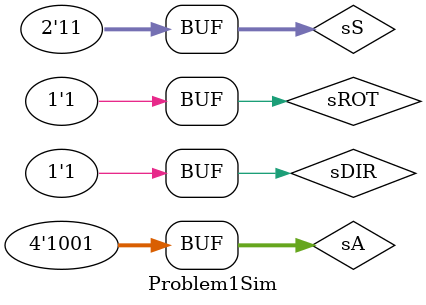
<source format=sv>
`timescale 1ns / 1ps


module Problem1Sim();
//Creation of signals
 logic [3:0] sA, sO;
 logic sDIR, sROT;
 logic [1:0] sS;

 Problem1Shifter UUT ( .A(sA), .DIR(sDIR), .ROT(sROT), .S(sS), .O(sO));

 initial begin
    
   sA = 4'b1001; sDIR = 0; sROT = 0; sS = 2'b00; #10;
   sA = 4'b1001; sDIR = 0; sROT = 0; sS = 2'b01; #10;
   sA = 4'b1001; sDIR = 0; sROT = 0; sS = 2'b10; #10;
   sA = 4'b1001; sDIR = 0; sROT = 0; sS = 2'b11; #10;

   sA = 4'b1001; sDIR = 0; sROT = 1; sS = 2'b10; #10;
   sA = 4'b1001; sDIR = 0; sROT = 1; sS = 2'b11; #10;
         
   sA = 4'b1001; sDIR = 1; sROT = 0; sS = 2'b10; #10;
   sA = 4'b1001; sDIR = 1; sROT = 0; sS = 2'b11; #10;
               
   sA = 4'b1001; sDIR = 1; sROT = 1; sS = 2'b10; #10;
   sA = 4'b1001; sDIR = 1; sROT = 1; sS = 2'b11;
   
 end
endmodule

</source>
